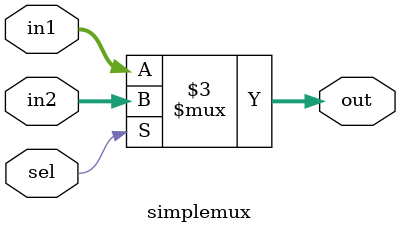
<source format=v>

module simplemux #(parameter WIDTH=8) (out, in1, in2, sel);
    output reg [WIDTH-1:0] out;
    input [WIDTH-1:0] in1;
    input [WIDTH-1:0] in2;
    input sel;

    always @(*) begin
        if (sel)
            out = in2;
        else
            out = in1;
    end
endmodule
</source>
